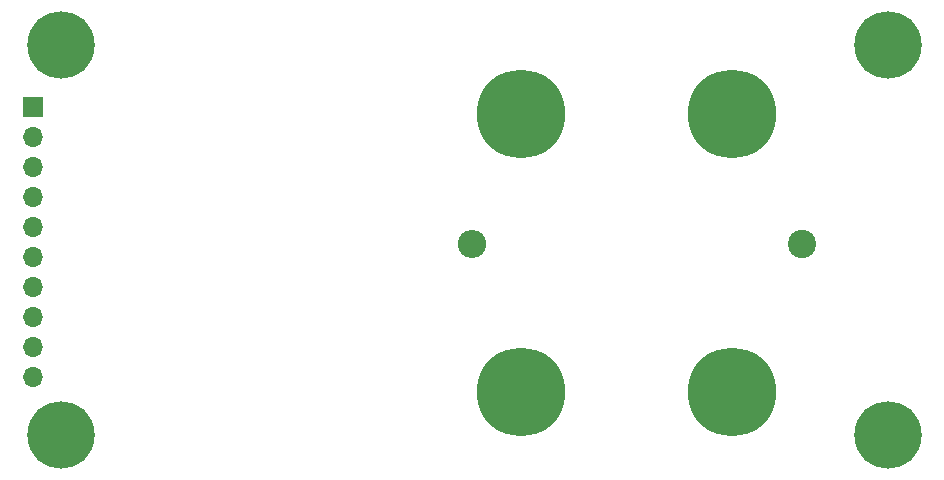
<source format=gbr>
%TF.GenerationSoftware,KiCad,Pcbnew,8.0.3*%
%TF.CreationDate,2024-06-22T23:36:34-05:00*%
%TF.ProjectId,Ematch2,456d6174-6368-4322-9e6b-696361645f70,rev?*%
%TF.SameCoordinates,Original*%
%TF.FileFunction,Soldermask,Bot*%
%TF.FilePolarity,Negative*%
%FSLAX46Y46*%
G04 Gerber Fmt 4.6, Leading zero omitted, Abs format (unit mm)*
G04 Created by KiCad (PCBNEW 8.0.3) date 2024-06-22 23:36:34*
%MOMM*%
%LPD*%
G01*
G04 APERTURE LIST*
%ADD10C,7.500000*%
%ADD11C,5.700000*%
%ADD12C,2.400000*%
%ADD13O,2.400000X2.400000*%
%ADD14R,1.700000X1.700000*%
%ADD15O,1.700000X1.700000*%
G04 APERTURE END LIST*
D10*
%TO.C,CLIP1*%
X148950000Y-76850000D03*
%TD*%
%TO.C,CLIP4*%
X166800000Y-100400000D03*
%TD*%
D11*
%TO.C,REF\u002A\u002A*%
X180000000Y-104000000D03*
%TD*%
D10*
%TO.C,CLIP2*%
X166800000Y-76850000D03*
%TD*%
D12*
%TO.C,R19*%
X172770000Y-87800000D03*
D13*
X144830000Y-87800000D03*
%TD*%
D10*
%TO.C,CLIP3*%
X148950000Y-100400000D03*
%TD*%
D11*
%TO.C,REF\u002A\u002A*%
X180000000Y-71000000D03*
%TD*%
D14*
%TO.C,J1*%
X107600000Y-76240000D03*
D15*
X107600000Y-78780000D03*
X107600000Y-81320000D03*
X107600000Y-83860000D03*
X107600000Y-86400000D03*
X107600000Y-88940000D03*
X107600000Y-91480000D03*
X107600000Y-94020000D03*
X107600000Y-96560000D03*
X107600000Y-99100000D03*
%TD*%
D11*
%TO.C,REF\u002A\u002A*%
X110000000Y-71000000D03*
%TD*%
%TO.C,REF\u002A\u002A*%
X110000000Y-104000000D03*
%TD*%
M02*

</source>
